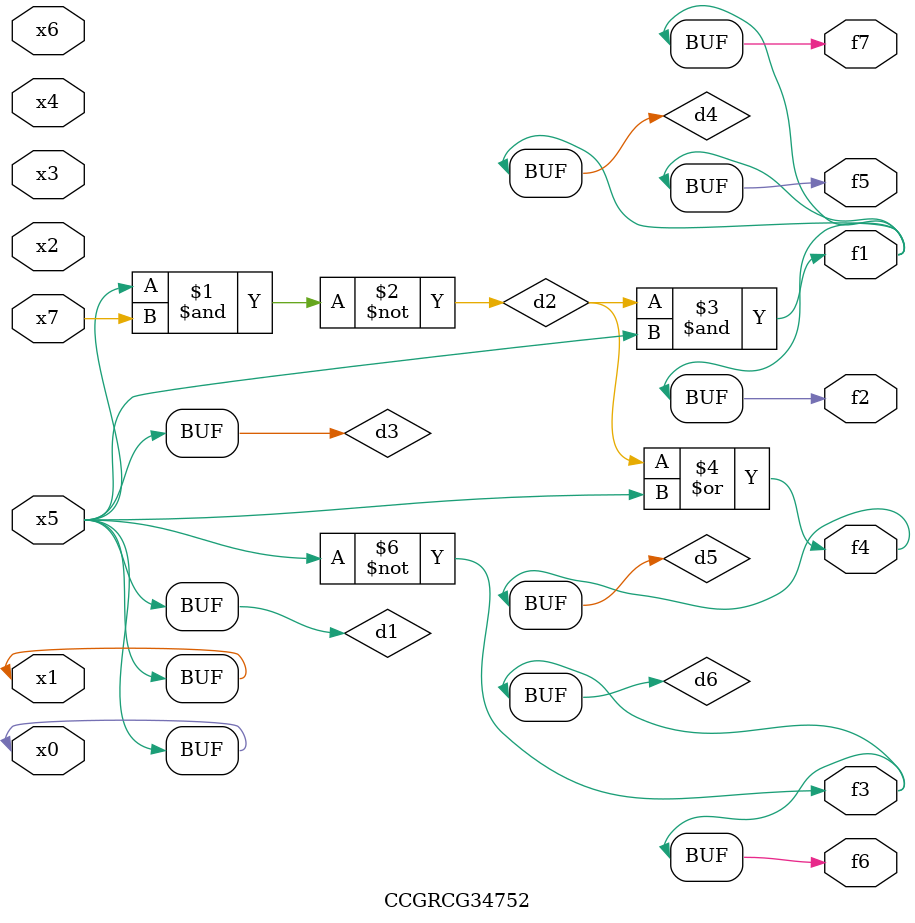
<source format=v>
module CCGRCG34752(
	input x0, x1, x2, x3, x4, x5, x6, x7,
	output f1, f2, f3, f4, f5, f6, f7
);

	wire d1, d2, d3, d4, d5, d6;

	buf (d1, x0, x5);
	nand (d2, x5, x7);
	buf (d3, x0, x1);
	and (d4, d2, d3);
	or (d5, d2, d3);
	nor (d6, d1, d3);
	assign f1 = d4;
	assign f2 = d4;
	assign f3 = d6;
	assign f4 = d5;
	assign f5 = d4;
	assign f6 = d6;
	assign f7 = d4;
endmodule

</source>
